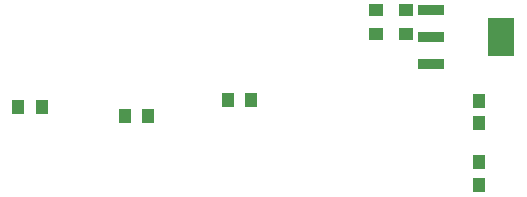
<source format=gtp>
G75*
G70*
%OFA0B0*%
%FSLAX24Y24*%
%IPPOS*%
%LPD*%
%AMOC8*
5,1,8,0,0,1.08239X$1,22.5*
%
%ADD10R,0.0906X0.0374*%
%ADD11R,0.0906X0.1280*%
%ADD12R,0.0394X0.0512*%
%ADD13R,0.0394X0.0472*%
%ADD14R,0.0472X0.0394*%
D10*
X019184Y008321D03*
X019184Y009227D03*
X019184Y010132D03*
D11*
X021507Y009227D03*
D12*
X020774Y007102D03*
X020774Y006354D03*
X020774Y005055D03*
X020774Y004307D03*
D13*
X008963Y006610D03*
X009750Y006610D03*
X012388Y007122D03*
X013175Y007122D03*
X006207Y006886D03*
X005419Y006886D03*
D14*
X017349Y009327D03*
X017349Y010114D03*
X018333Y010114D03*
X018333Y009327D03*
M02*

</source>
